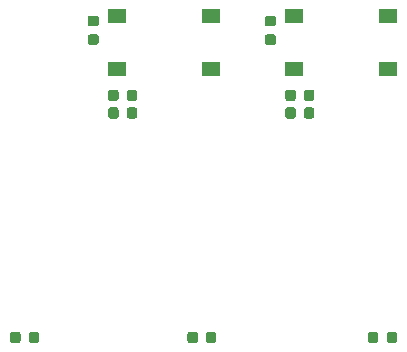
<source format=gbr>
G04 #@! TF.GenerationSoftware,KiCad,Pcbnew,5.1.5*
G04 #@! TF.CreationDate,2020-01-13T20:50:12-05:00*
G04 #@! TF.ProjectId,inputs_addon,696e7075-7473-45f6-9164-646f6e2e6b69,0*
G04 #@! TF.SameCoordinates,Original*
G04 #@! TF.FileFunction,Paste,Top*
G04 #@! TF.FilePolarity,Positive*
%FSLAX46Y46*%
G04 Gerber Fmt 4.6, Leading zero omitted, Abs format (unit mm)*
G04 Created by KiCad (PCBNEW 5.1.5) date 2020-01-13 20:50:12*
%MOMM*%
%LPD*%
G04 APERTURE LIST*
%ADD10R,1.550000X1.300000*%
%ADD11C,0.100000*%
G04 APERTURE END LIST*
D10*
X186975000Y-117250000D03*
X179025000Y-117250000D03*
X186975000Y-112750000D03*
X179025000Y-112750000D03*
X171975000Y-117250000D03*
X164025000Y-117250000D03*
X171975000Y-112750000D03*
X164025000Y-112750000D03*
D11*
G36*
X178952691Y-120526053D02*
G01*
X178973926Y-120529203D01*
X178994750Y-120534419D01*
X179014962Y-120541651D01*
X179034368Y-120550830D01*
X179052781Y-120561866D01*
X179070024Y-120574654D01*
X179085930Y-120589070D01*
X179100346Y-120604976D01*
X179113134Y-120622219D01*
X179124170Y-120640632D01*
X179133349Y-120660038D01*
X179140581Y-120680250D01*
X179145797Y-120701074D01*
X179148947Y-120722309D01*
X179150000Y-120743750D01*
X179150000Y-121256250D01*
X179148947Y-121277691D01*
X179145797Y-121298926D01*
X179140581Y-121319750D01*
X179133349Y-121339962D01*
X179124170Y-121359368D01*
X179113134Y-121377781D01*
X179100346Y-121395024D01*
X179085930Y-121410930D01*
X179070024Y-121425346D01*
X179052781Y-121438134D01*
X179034368Y-121449170D01*
X179014962Y-121458349D01*
X178994750Y-121465581D01*
X178973926Y-121470797D01*
X178952691Y-121473947D01*
X178931250Y-121475000D01*
X178493750Y-121475000D01*
X178472309Y-121473947D01*
X178451074Y-121470797D01*
X178430250Y-121465581D01*
X178410038Y-121458349D01*
X178390632Y-121449170D01*
X178372219Y-121438134D01*
X178354976Y-121425346D01*
X178339070Y-121410930D01*
X178324654Y-121395024D01*
X178311866Y-121377781D01*
X178300830Y-121359368D01*
X178291651Y-121339962D01*
X178284419Y-121319750D01*
X178279203Y-121298926D01*
X178276053Y-121277691D01*
X178275000Y-121256250D01*
X178275000Y-120743750D01*
X178276053Y-120722309D01*
X178279203Y-120701074D01*
X178284419Y-120680250D01*
X178291651Y-120660038D01*
X178300830Y-120640632D01*
X178311866Y-120622219D01*
X178324654Y-120604976D01*
X178339070Y-120589070D01*
X178354976Y-120574654D01*
X178372219Y-120561866D01*
X178390632Y-120550830D01*
X178410038Y-120541651D01*
X178430250Y-120534419D01*
X178451074Y-120529203D01*
X178472309Y-120526053D01*
X178493750Y-120525000D01*
X178931250Y-120525000D01*
X178952691Y-120526053D01*
G37*
G36*
X180527691Y-120526053D02*
G01*
X180548926Y-120529203D01*
X180569750Y-120534419D01*
X180589962Y-120541651D01*
X180609368Y-120550830D01*
X180627781Y-120561866D01*
X180645024Y-120574654D01*
X180660930Y-120589070D01*
X180675346Y-120604976D01*
X180688134Y-120622219D01*
X180699170Y-120640632D01*
X180708349Y-120660038D01*
X180715581Y-120680250D01*
X180720797Y-120701074D01*
X180723947Y-120722309D01*
X180725000Y-120743750D01*
X180725000Y-121256250D01*
X180723947Y-121277691D01*
X180720797Y-121298926D01*
X180715581Y-121319750D01*
X180708349Y-121339962D01*
X180699170Y-121359368D01*
X180688134Y-121377781D01*
X180675346Y-121395024D01*
X180660930Y-121410930D01*
X180645024Y-121425346D01*
X180627781Y-121438134D01*
X180609368Y-121449170D01*
X180589962Y-121458349D01*
X180569750Y-121465581D01*
X180548926Y-121470797D01*
X180527691Y-121473947D01*
X180506250Y-121475000D01*
X180068750Y-121475000D01*
X180047309Y-121473947D01*
X180026074Y-121470797D01*
X180005250Y-121465581D01*
X179985038Y-121458349D01*
X179965632Y-121449170D01*
X179947219Y-121438134D01*
X179929976Y-121425346D01*
X179914070Y-121410930D01*
X179899654Y-121395024D01*
X179886866Y-121377781D01*
X179875830Y-121359368D01*
X179866651Y-121339962D01*
X179859419Y-121319750D01*
X179854203Y-121298926D01*
X179851053Y-121277691D01*
X179850000Y-121256250D01*
X179850000Y-120743750D01*
X179851053Y-120722309D01*
X179854203Y-120701074D01*
X179859419Y-120680250D01*
X179866651Y-120660038D01*
X179875830Y-120640632D01*
X179886866Y-120622219D01*
X179899654Y-120604976D01*
X179914070Y-120589070D01*
X179929976Y-120574654D01*
X179947219Y-120561866D01*
X179965632Y-120550830D01*
X179985038Y-120541651D01*
X180005250Y-120534419D01*
X180026074Y-120529203D01*
X180047309Y-120526053D01*
X180068750Y-120525000D01*
X180506250Y-120525000D01*
X180527691Y-120526053D01*
G37*
G36*
X180527691Y-119026053D02*
G01*
X180548926Y-119029203D01*
X180569750Y-119034419D01*
X180589962Y-119041651D01*
X180609368Y-119050830D01*
X180627781Y-119061866D01*
X180645024Y-119074654D01*
X180660930Y-119089070D01*
X180675346Y-119104976D01*
X180688134Y-119122219D01*
X180699170Y-119140632D01*
X180708349Y-119160038D01*
X180715581Y-119180250D01*
X180720797Y-119201074D01*
X180723947Y-119222309D01*
X180725000Y-119243750D01*
X180725000Y-119756250D01*
X180723947Y-119777691D01*
X180720797Y-119798926D01*
X180715581Y-119819750D01*
X180708349Y-119839962D01*
X180699170Y-119859368D01*
X180688134Y-119877781D01*
X180675346Y-119895024D01*
X180660930Y-119910930D01*
X180645024Y-119925346D01*
X180627781Y-119938134D01*
X180609368Y-119949170D01*
X180589962Y-119958349D01*
X180569750Y-119965581D01*
X180548926Y-119970797D01*
X180527691Y-119973947D01*
X180506250Y-119975000D01*
X180068750Y-119975000D01*
X180047309Y-119973947D01*
X180026074Y-119970797D01*
X180005250Y-119965581D01*
X179985038Y-119958349D01*
X179965632Y-119949170D01*
X179947219Y-119938134D01*
X179929976Y-119925346D01*
X179914070Y-119910930D01*
X179899654Y-119895024D01*
X179886866Y-119877781D01*
X179875830Y-119859368D01*
X179866651Y-119839962D01*
X179859419Y-119819750D01*
X179854203Y-119798926D01*
X179851053Y-119777691D01*
X179850000Y-119756250D01*
X179850000Y-119243750D01*
X179851053Y-119222309D01*
X179854203Y-119201074D01*
X179859419Y-119180250D01*
X179866651Y-119160038D01*
X179875830Y-119140632D01*
X179886866Y-119122219D01*
X179899654Y-119104976D01*
X179914070Y-119089070D01*
X179929976Y-119074654D01*
X179947219Y-119061866D01*
X179965632Y-119050830D01*
X179985038Y-119041651D01*
X180005250Y-119034419D01*
X180026074Y-119029203D01*
X180047309Y-119026053D01*
X180068750Y-119025000D01*
X180506250Y-119025000D01*
X180527691Y-119026053D01*
G37*
G36*
X178952691Y-119026053D02*
G01*
X178973926Y-119029203D01*
X178994750Y-119034419D01*
X179014962Y-119041651D01*
X179034368Y-119050830D01*
X179052781Y-119061866D01*
X179070024Y-119074654D01*
X179085930Y-119089070D01*
X179100346Y-119104976D01*
X179113134Y-119122219D01*
X179124170Y-119140632D01*
X179133349Y-119160038D01*
X179140581Y-119180250D01*
X179145797Y-119201074D01*
X179148947Y-119222309D01*
X179150000Y-119243750D01*
X179150000Y-119756250D01*
X179148947Y-119777691D01*
X179145797Y-119798926D01*
X179140581Y-119819750D01*
X179133349Y-119839962D01*
X179124170Y-119859368D01*
X179113134Y-119877781D01*
X179100346Y-119895024D01*
X179085930Y-119910930D01*
X179070024Y-119925346D01*
X179052781Y-119938134D01*
X179034368Y-119949170D01*
X179014962Y-119958349D01*
X178994750Y-119965581D01*
X178973926Y-119970797D01*
X178952691Y-119973947D01*
X178931250Y-119975000D01*
X178493750Y-119975000D01*
X178472309Y-119973947D01*
X178451074Y-119970797D01*
X178430250Y-119965581D01*
X178410038Y-119958349D01*
X178390632Y-119949170D01*
X178372219Y-119938134D01*
X178354976Y-119925346D01*
X178339070Y-119910930D01*
X178324654Y-119895024D01*
X178311866Y-119877781D01*
X178300830Y-119859368D01*
X178291651Y-119839962D01*
X178284419Y-119819750D01*
X178279203Y-119798926D01*
X178276053Y-119777691D01*
X178275000Y-119756250D01*
X178275000Y-119243750D01*
X178276053Y-119222309D01*
X178279203Y-119201074D01*
X178284419Y-119180250D01*
X178291651Y-119160038D01*
X178300830Y-119140632D01*
X178311866Y-119122219D01*
X178324654Y-119104976D01*
X178339070Y-119089070D01*
X178354976Y-119074654D01*
X178372219Y-119061866D01*
X178390632Y-119050830D01*
X178410038Y-119041651D01*
X178430250Y-119034419D01*
X178451074Y-119029203D01*
X178472309Y-119026053D01*
X178493750Y-119025000D01*
X178931250Y-119025000D01*
X178952691Y-119026053D01*
G37*
G36*
X165527691Y-120526053D02*
G01*
X165548926Y-120529203D01*
X165569750Y-120534419D01*
X165589962Y-120541651D01*
X165609368Y-120550830D01*
X165627781Y-120561866D01*
X165645024Y-120574654D01*
X165660930Y-120589070D01*
X165675346Y-120604976D01*
X165688134Y-120622219D01*
X165699170Y-120640632D01*
X165708349Y-120660038D01*
X165715581Y-120680250D01*
X165720797Y-120701074D01*
X165723947Y-120722309D01*
X165725000Y-120743750D01*
X165725000Y-121256250D01*
X165723947Y-121277691D01*
X165720797Y-121298926D01*
X165715581Y-121319750D01*
X165708349Y-121339962D01*
X165699170Y-121359368D01*
X165688134Y-121377781D01*
X165675346Y-121395024D01*
X165660930Y-121410930D01*
X165645024Y-121425346D01*
X165627781Y-121438134D01*
X165609368Y-121449170D01*
X165589962Y-121458349D01*
X165569750Y-121465581D01*
X165548926Y-121470797D01*
X165527691Y-121473947D01*
X165506250Y-121475000D01*
X165068750Y-121475000D01*
X165047309Y-121473947D01*
X165026074Y-121470797D01*
X165005250Y-121465581D01*
X164985038Y-121458349D01*
X164965632Y-121449170D01*
X164947219Y-121438134D01*
X164929976Y-121425346D01*
X164914070Y-121410930D01*
X164899654Y-121395024D01*
X164886866Y-121377781D01*
X164875830Y-121359368D01*
X164866651Y-121339962D01*
X164859419Y-121319750D01*
X164854203Y-121298926D01*
X164851053Y-121277691D01*
X164850000Y-121256250D01*
X164850000Y-120743750D01*
X164851053Y-120722309D01*
X164854203Y-120701074D01*
X164859419Y-120680250D01*
X164866651Y-120660038D01*
X164875830Y-120640632D01*
X164886866Y-120622219D01*
X164899654Y-120604976D01*
X164914070Y-120589070D01*
X164929976Y-120574654D01*
X164947219Y-120561866D01*
X164965632Y-120550830D01*
X164985038Y-120541651D01*
X165005250Y-120534419D01*
X165026074Y-120529203D01*
X165047309Y-120526053D01*
X165068750Y-120525000D01*
X165506250Y-120525000D01*
X165527691Y-120526053D01*
G37*
G36*
X163952691Y-120526053D02*
G01*
X163973926Y-120529203D01*
X163994750Y-120534419D01*
X164014962Y-120541651D01*
X164034368Y-120550830D01*
X164052781Y-120561866D01*
X164070024Y-120574654D01*
X164085930Y-120589070D01*
X164100346Y-120604976D01*
X164113134Y-120622219D01*
X164124170Y-120640632D01*
X164133349Y-120660038D01*
X164140581Y-120680250D01*
X164145797Y-120701074D01*
X164148947Y-120722309D01*
X164150000Y-120743750D01*
X164150000Y-121256250D01*
X164148947Y-121277691D01*
X164145797Y-121298926D01*
X164140581Y-121319750D01*
X164133349Y-121339962D01*
X164124170Y-121359368D01*
X164113134Y-121377781D01*
X164100346Y-121395024D01*
X164085930Y-121410930D01*
X164070024Y-121425346D01*
X164052781Y-121438134D01*
X164034368Y-121449170D01*
X164014962Y-121458349D01*
X163994750Y-121465581D01*
X163973926Y-121470797D01*
X163952691Y-121473947D01*
X163931250Y-121475000D01*
X163493750Y-121475000D01*
X163472309Y-121473947D01*
X163451074Y-121470797D01*
X163430250Y-121465581D01*
X163410038Y-121458349D01*
X163390632Y-121449170D01*
X163372219Y-121438134D01*
X163354976Y-121425346D01*
X163339070Y-121410930D01*
X163324654Y-121395024D01*
X163311866Y-121377781D01*
X163300830Y-121359368D01*
X163291651Y-121339962D01*
X163284419Y-121319750D01*
X163279203Y-121298926D01*
X163276053Y-121277691D01*
X163275000Y-121256250D01*
X163275000Y-120743750D01*
X163276053Y-120722309D01*
X163279203Y-120701074D01*
X163284419Y-120680250D01*
X163291651Y-120660038D01*
X163300830Y-120640632D01*
X163311866Y-120622219D01*
X163324654Y-120604976D01*
X163339070Y-120589070D01*
X163354976Y-120574654D01*
X163372219Y-120561866D01*
X163390632Y-120550830D01*
X163410038Y-120541651D01*
X163430250Y-120534419D01*
X163451074Y-120529203D01*
X163472309Y-120526053D01*
X163493750Y-120525000D01*
X163931250Y-120525000D01*
X163952691Y-120526053D01*
G37*
G36*
X163952691Y-119026053D02*
G01*
X163973926Y-119029203D01*
X163994750Y-119034419D01*
X164014962Y-119041651D01*
X164034368Y-119050830D01*
X164052781Y-119061866D01*
X164070024Y-119074654D01*
X164085930Y-119089070D01*
X164100346Y-119104976D01*
X164113134Y-119122219D01*
X164124170Y-119140632D01*
X164133349Y-119160038D01*
X164140581Y-119180250D01*
X164145797Y-119201074D01*
X164148947Y-119222309D01*
X164150000Y-119243750D01*
X164150000Y-119756250D01*
X164148947Y-119777691D01*
X164145797Y-119798926D01*
X164140581Y-119819750D01*
X164133349Y-119839962D01*
X164124170Y-119859368D01*
X164113134Y-119877781D01*
X164100346Y-119895024D01*
X164085930Y-119910930D01*
X164070024Y-119925346D01*
X164052781Y-119938134D01*
X164034368Y-119949170D01*
X164014962Y-119958349D01*
X163994750Y-119965581D01*
X163973926Y-119970797D01*
X163952691Y-119973947D01*
X163931250Y-119975000D01*
X163493750Y-119975000D01*
X163472309Y-119973947D01*
X163451074Y-119970797D01*
X163430250Y-119965581D01*
X163410038Y-119958349D01*
X163390632Y-119949170D01*
X163372219Y-119938134D01*
X163354976Y-119925346D01*
X163339070Y-119910930D01*
X163324654Y-119895024D01*
X163311866Y-119877781D01*
X163300830Y-119859368D01*
X163291651Y-119839962D01*
X163284419Y-119819750D01*
X163279203Y-119798926D01*
X163276053Y-119777691D01*
X163275000Y-119756250D01*
X163275000Y-119243750D01*
X163276053Y-119222309D01*
X163279203Y-119201074D01*
X163284419Y-119180250D01*
X163291651Y-119160038D01*
X163300830Y-119140632D01*
X163311866Y-119122219D01*
X163324654Y-119104976D01*
X163339070Y-119089070D01*
X163354976Y-119074654D01*
X163372219Y-119061866D01*
X163390632Y-119050830D01*
X163410038Y-119041651D01*
X163430250Y-119034419D01*
X163451074Y-119029203D01*
X163472309Y-119026053D01*
X163493750Y-119025000D01*
X163931250Y-119025000D01*
X163952691Y-119026053D01*
G37*
G36*
X165527691Y-119026053D02*
G01*
X165548926Y-119029203D01*
X165569750Y-119034419D01*
X165589962Y-119041651D01*
X165609368Y-119050830D01*
X165627781Y-119061866D01*
X165645024Y-119074654D01*
X165660930Y-119089070D01*
X165675346Y-119104976D01*
X165688134Y-119122219D01*
X165699170Y-119140632D01*
X165708349Y-119160038D01*
X165715581Y-119180250D01*
X165720797Y-119201074D01*
X165723947Y-119222309D01*
X165725000Y-119243750D01*
X165725000Y-119756250D01*
X165723947Y-119777691D01*
X165720797Y-119798926D01*
X165715581Y-119819750D01*
X165708349Y-119839962D01*
X165699170Y-119859368D01*
X165688134Y-119877781D01*
X165675346Y-119895024D01*
X165660930Y-119910930D01*
X165645024Y-119925346D01*
X165627781Y-119938134D01*
X165609368Y-119949170D01*
X165589962Y-119958349D01*
X165569750Y-119965581D01*
X165548926Y-119970797D01*
X165527691Y-119973947D01*
X165506250Y-119975000D01*
X165068750Y-119975000D01*
X165047309Y-119973947D01*
X165026074Y-119970797D01*
X165005250Y-119965581D01*
X164985038Y-119958349D01*
X164965632Y-119949170D01*
X164947219Y-119938134D01*
X164929976Y-119925346D01*
X164914070Y-119910930D01*
X164899654Y-119895024D01*
X164886866Y-119877781D01*
X164875830Y-119859368D01*
X164866651Y-119839962D01*
X164859419Y-119819750D01*
X164854203Y-119798926D01*
X164851053Y-119777691D01*
X164850000Y-119756250D01*
X164850000Y-119243750D01*
X164851053Y-119222309D01*
X164854203Y-119201074D01*
X164859419Y-119180250D01*
X164866651Y-119160038D01*
X164875830Y-119140632D01*
X164886866Y-119122219D01*
X164899654Y-119104976D01*
X164914070Y-119089070D01*
X164929976Y-119074654D01*
X164947219Y-119061866D01*
X164965632Y-119050830D01*
X164985038Y-119041651D01*
X165005250Y-119034419D01*
X165026074Y-119029203D01*
X165047309Y-119026053D01*
X165068750Y-119025000D01*
X165506250Y-119025000D01*
X165527691Y-119026053D01*
G37*
G36*
X185952691Y-139526053D02*
G01*
X185973926Y-139529203D01*
X185994750Y-139534419D01*
X186014962Y-139541651D01*
X186034368Y-139550830D01*
X186052781Y-139561866D01*
X186070024Y-139574654D01*
X186085930Y-139589070D01*
X186100346Y-139604976D01*
X186113134Y-139622219D01*
X186124170Y-139640632D01*
X186133349Y-139660038D01*
X186140581Y-139680250D01*
X186145797Y-139701074D01*
X186148947Y-139722309D01*
X186150000Y-139743750D01*
X186150000Y-140256250D01*
X186148947Y-140277691D01*
X186145797Y-140298926D01*
X186140581Y-140319750D01*
X186133349Y-140339962D01*
X186124170Y-140359368D01*
X186113134Y-140377781D01*
X186100346Y-140395024D01*
X186085930Y-140410930D01*
X186070024Y-140425346D01*
X186052781Y-140438134D01*
X186034368Y-140449170D01*
X186014962Y-140458349D01*
X185994750Y-140465581D01*
X185973926Y-140470797D01*
X185952691Y-140473947D01*
X185931250Y-140475000D01*
X185493750Y-140475000D01*
X185472309Y-140473947D01*
X185451074Y-140470797D01*
X185430250Y-140465581D01*
X185410038Y-140458349D01*
X185390632Y-140449170D01*
X185372219Y-140438134D01*
X185354976Y-140425346D01*
X185339070Y-140410930D01*
X185324654Y-140395024D01*
X185311866Y-140377781D01*
X185300830Y-140359368D01*
X185291651Y-140339962D01*
X185284419Y-140319750D01*
X185279203Y-140298926D01*
X185276053Y-140277691D01*
X185275000Y-140256250D01*
X185275000Y-139743750D01*
X185276053Y-139722309D01*
X185279203Y-139701074D01*
X185284419Y-139680250D01*
X185291651Y-139660038D01*
X185300830Y-139640632D01*
X185311866Y-139622219D01*
X185324654Y-139604976D01*
X185339070Y-139589070D01*
X185354976Y-139574654D01*
X185372219Y-139561866D01*
X185390632Y-139550830D01*
X185410038Y-139541651D01*
X185430250Y-139534419D01*
X185451074Y-139529203D01*
X185472309Y-139526053D01*
X185493750Y-139525000D01*
X185931250Y-139525000D01*
X185952691Y-139526053D01*
G37*
G36*
X187527691Y-139526053D02*
G01*
X187548926Y-139529203D01*
X187569750Y-139534419D01*
X187589962Y-139541651D01*
X187609368Y-139550830D01*
X187627781Y-139561866D01*
X187645024Y-139574654D01*
X187660930Y-139589070D01*
X187675346Y-139604976D01*
X187688134Y-139622219D01*
X187699170Y-139640632D01*
X187708349Y-139660038D01*
X187715581Y-139680250D01*
X187720797Y-139701074D01*
X187723947Y-139722309D01*
X187725000Y-139743750D01*
X187725000Y-140256250D01*
X187723947Y-140277691D01*
X187720797Y-140298926D01*
X187715581Y-140319750D01*
X187708349Y-140339962D01*
X187699170Y-140359368D01*
X187688134Y-140377781D01*
X187675346Y-140395024D01*
X187660930Y-140410930D01*
X187645024Y-140425346D01*
X187627781Y-140438134D01*
X187609368Y-140449170D01*
X187589962Y-140458349D01*
X187569750Y-140465581D01*
X187548926Y-140470797D01*
X187527691Y-140473947D01*
X187506250Y-140475000D01*
X187068750Y-140475000D01*
X187047309Y-140473947D01*
X187026074Y-140470797D01*
X187005250Y-140465581D01*
X186985038Y-140458349D01*
X186965632Y-140449170D01*
X186947219Y-140438134D01*
X186929976Y-140425346D01*
X186914070Y-140410930D01*
X186899654Y-140395024D01*
X186886866Y-140377781D01*
X186875830Y-140359368D01*
X186866651Y-140339962D01*
X186859419Y-140319750D01*
X186854203Y-140298926D01*
X186851053Y-140277691D01*
X186850000Y-140256250D01*
X186850000Y-139743750D01*
X186851053Y-139722309D01*
X186854203Y-139701074D01*
X186859419Y-139680250D01*
X186866651Y-139660038D01*
X186875830Y-139640632D01*
X186886866Y-139622219D01*
X186899654Y-139604976D01*
X186914070Y-139589070D01*
X186929976Y-139574654D01*
X186947219Y-139561866D01*
X186965632Y-139550830D01*
X186985038Y-139541651D01*
X187005250Y-139534419D01*
X187026074Y-139529203D01*
X187047309Y-139526053D01*
X187068750Y-139525000D01*
X187506250Y-139525000D01*
X187527691Y-139526053D01*
G37*
G36*
X170665191Y-139526053D02*
G01*
X170686426Y-139529203D01*
X170707250Y-139534419D01*
X170727462Y-139541651D01*
X170746868Y-139550830D01*
X170765281Y-139561866D01*
X170782524Y-139574654D01*
X170798430Y-139589070D01*
X170812846Y-139604976D01*
X170825634Y-139622219D01*
X170836670Y-139640632D01*
X170845849Y-139660038D01*
X170853081Y-139680250D01*
X170858297Y-139701074D01*
X170861447Y-139722309D01*
X170862500Y-139743750D01*
X170862500Y-140256250D01*
X170861447Y-140277691D01*
X170858297Y-140298926D01*
X170853081Y-140319750D01*
X170845849Y-140339962D01*
X170836670Y-140359368D01*
X170825634Y-140377781D01*
X170812846Y-140395024D01*
X170798430Y-140410930D01*
X170782524Y-140425346D01*
X170765281Y-140438134D01*
X170746868Y-140449170D01*
X170727462Y-140458349D01*
X170707250Y-140465581D01*
X170686426Y-140470797D01*
X170665191Y-140473947D01*
X170643750Y-140475000D01*
X170206250Y-140475000D01*
X170184809Y-140473947D01*
X170163574Y-140470797D01*
X170142750Y-140465581D01*
X170122538Y-140458349D01*
X170103132Y-140449170D01*
X170084719Y-140438134D01*
X170067476Y-140425346D01*
X170051570Y-140410930D01*
X170037154Y-140395024D01*
X170024366Y-140377781D01*
X170013330Y-140359368D01*
X170004151Y-140339962D01*
X169996919Y-140319750D01*
X169991703Y-140298926D01*
X169988553Y-140277691D01*
X169987500Y-140256250D01*
X169987500Y-139743750D01*
X169988553Y-139722309D01*
X169991703Y-139701074D01*
X169996919Y-139680250D01*
X170004151Y-139660038D01*
X170013330Y-139640632D01*
X170024366Y-139622219D01*
X170037154Y-139604976D01*
X170051570Y-139589070D01*
X170067476Y-139574654D01*
X170084719Y-139561866D01*
X170103132Y-139550830D01*
X170122538Y-139541651D01*
X170142750Y-139534419D01*
X170163574Y-139529203D01*
X170184809Y-139526053D01*
X170206250Y-139525000D01*
X170643750Y-139525000D01*
X170665191Y-139526053D01*
G37*
G36*
X172240191Y-139526053D02*
G01*
X172261426Y-139529203D01*
X172282250Y-139534419D01*
X172302462Y-139541651D01*
X172321868Y-139550830D01*
X172340281Y-139561866D01*
X172357524Y-139574654D01*
X172373430Y-139589070D01*
X172387846Y-139604976D01*
X172400634Y-139622219D01*
X172411670Y-139640632D01*
X172420849Y-139660038D01*
X172428081Y-139680250D01*
X172433297Y-139701074D01*
X172436447Y-139722309D01*
X172437500Y-139743750D01*
X172437500Y-140256250D01*
X172436447Y-140277691D01*
X172433297Y-140298926D01*
X172428081Y-140319750D01*
X172420849Y-140339962D01*
X172411670Y-140359368D01*
X172400634Y-140377781D01*
X172387846Y-140395024D01*
X172373430Y-140410930D01*
X172357524Y-140425346D01*
X172340281Y-140438134D01*
X172321868Y-140449170D01*
X172302462Y-140458349D01*
X172282250Y-140465581D01*
X172261426Y-140470797D01*
X172240191Y-140473947D01*
X172218750Y-140475000D01*
X171781250Y-140475000D01*
X171759809Y-140473947D01*
X171738574Y-140470797D01*
X171717750Y-140465581D01*
X171697538Y-140458349D01*
X171678132Y-140449170D01*
X171659719Y-140438134D01*
X171642476Y-140425346D01*
X171626570Y-140410930D01*
X171612154Y-140395024D01*
X171599366Y-140377781D01*
X171588330Y-140359368D01*
X171579151Y-140339962D01*
X171571919Y-140319750D01*
X171566703Y-140298926D01*
X171563553Y-140277691D01*
X171562500Y-140256250D01*
X171562500Y-139743750D01*
X171563553Y-139722309D01*
X171566703Y-139701074D01*
X171571919Y-139680250D01*
X171579151Y-139660038D01*
X171588330Y-139640632D01*
X171599366Y-139622219D01*
X171612154Y-139604976D01*
X171626570Y-139589070D01*
X171642476Y-139574654D01*
X171659719Y-139561866D01*
X171678132Y-139550830D01*
X171697538Y-139541651D01*
X171717750Y-139534419D01*
X171738574Y-139529203D01*
X171759809Y-139526053D01*
X171781250Y-139525000D01*
X172218750Y-139525000D01*
X172240191Y-139526053D01*
G37*
G36*
X155665191Y-139526053D02*
G01*
X155686426Y-139529203D01*
X155707250Y-139534419D01*
X155727462Y-139541651D01*
X155746868Y-139550830D01*
X155765281Y-139561866D01*
X155782524Y-139574654D01*
X155798430Y-139589070D01*
X155812846Y-139604976D01*
X155825634Y-139622219D01*
X155836670Y-139640632D01*
X155845849Y-139660038D01*
X155853081Y-139680250D01*
X155858297Y-139701074D01*
X155861447Y-139722309D01*
X155862500Y-139743750D01*
X155862500Y-140256250D01*
X155861447Y-140277691D01*
X155858297Y-140298926D01*
X155853081Y-140319750D01*
X155845849Y-140339962D01*
X155836670Y-140359368D01*
X155825634Y-140377781D01*
X155812846Y-140395024D01*
X155798430Y-140410930D01*
X155782524Y-140425346D01*
X155765281Y-140438134D01*
X155746868Y-140449170D01*
X155727462Y-140458349D01*
X155707250Y-140465581D01*
X155686426Y-140470797D01*
X155665191Y-140473947D01*
X155643750Y-140475000D01*
X155206250Y-140475000D01*
X155184809Y-140473947D01*
X155163574Y-140470797D01*
X155142750Y-140465581D01*
X155122538Y-140458349D01*
X155103132Y-140449170D01*
X155084719Y-140438134D01*
X155067476Y-140425346D01*
X155051570Y-140410930D01*
X155037154Y-140395024D01*
X155024366Y-140377781D01*
X155013330Y-140359368D01*
X155004151Y-140339962D01*
X154996919Y-140319750D01*
X154991703Y-140298926D01*
X154988553Y-140277691D01*
X154987500Y-140256250D01*
X154987500Y-139743750D01*
X154988553Y-139722309D01*
X154991703Y-139701074D01*
X154996919Y-139680250D01*
X155004151Y-139660038D01*
X155013330Y-139640632D01*
X155024366Y-139622219D01*
X155037154Y-139604976D01*
X155051570Y-139589070D01*
X155067476Y-139574654D01*
X155084719Y-139561866D01*
X155103132Y-139550830D01*
X155122538Y-139541651D01*
X155142750Y-139534419D01*
X155163574Y-139529203D01*
X155184809Y-139526053D01*
X155206250Y-139525000D01*
X155643750Y-139525000D01*
X155665191Y-139526053D01*
G37*
G36*
X157240191Y-139526053D02*
G01*
X157261426Y-139529203D01*
X157282250Y-139534419D01*
X157302462Y-139541651D01*
X157321868Y-139550830D01*
X157340281Y-139561866D01*
X157357524Y-139574654D01*
X157373430Y-139589070D01*
X157387846Y-139604976D01*
X157400634Y-139622219D01*
X157411670Y-139640632D01*
X157420849Y-139660038D01*
X157428081Y-139680250D01*
X157433297Y-139701074D01*
X157436447Y-139722309D01*
X157437500Y-139743750D01*
X157437500Y-140256250D01*
X157436447Y-140277691D01*
X157433297Y-140298926D01*
X157428081Y-140319750D01*
X157420849Y-140339962D01*
X157411670Y-140359368D01*
X157400634Y-140377781D01*
X157387846Y-140395024D01*
X157373430Y-140410930D01*
X157357524Y-140425346D01*
X157340281Y-140438134D01*
X157321868Y-140449170D01*
X157302462Y-140458349D01*
X157282250Y-140465581D01*
X157261426Y-140470797D01*
X157240191Y-140473947D01*
X157218750Y-140475000D01*
X156781250Y-140475000D01*
X156759809Y-140473947D01*
X156738574Y-140470797D01*
X156717750Y-140465581D01*
X156697538Y-140458349D01*
X156678132Y-140449170D01*
X156659719Y-140438134D01*
X156642476Y-140425346D01*
X156626570Y-140410930D01*
X156612154Y-140395024D01*
X156599366Y-140377781D01*
X156588330Y-140359368D01*
X156579151Y-140339962D01*
X156571919Y-140319750D01*
X156566703Y-140298926D01*
X156563553Y-140277691D01*
X156562500Y-140256250D01*
X156562500Y-139743750D01*
X156563553Y-139722309D01*
X156566703Y-139701074D01*
X156571919Y-139680250D01*
X156579151Y-139660038D01*
X156588330Y-139640632D01*
X156599366Y-139622219D01*
X156612154Y-139604976D01*
X156626570Y-139589070D01*
X156642476Y-139574654D01*
X156659719Y-139561866D01*
X156678132Y-139550830D01*
X156697538Y-139541651D01*
X156717750Y-139534419D01*
X156738574Y-139529203D01*
X156759809Y-139526053D01*
X156781250Y-139525000D01*
X157218750Y-139525000D01*
X157240191Y-139526053D01*
G37*
G36*
X177277691Y-112776053D02*
G01*
X177298926Y-112779203D01*
X177319750Y-112784419D01*
X177339962Y-112791651D01*
X177359368Y-112800830D01*
X177377781Y-112811866D01*
X177395024Y-112824654D01*
X177410930Y-112839070D01*
X177425346Y-112854976D01*
X177438134Y-112872219D01*
X177449170Y-112890632D01*
X177458349Y-112910038D01*
X177465581Y-112930250D01*
X177470797Y-112951074D01*
X177473947Y-112972309D01*
X177475000Y-112993750D01*
X177475000Y-113431250D01*
X177473947Y-113452691D01*
X177470797Y-113473926D01*
X177465581Y-113494750D01*
X177458349Y-113514962D01*
X177449170Y-113534368D01*
X177438134Y-113552781D01*
X177425346Y-113570024D01*
X177410930Y-113585930D01*
X177395024Y-113600346D01*
X177377781Y-113613134D01*
X177359368Y-113624170D01*
X177339962Y-113633349D01*
X177319750Y-113640581D01*
X177298926Y-113645797D01*
X177277691Y-113648947D01*
X177256250Y-113650000D01*
X176743750Y-113650000D01*
X176722309Y-113648947D01*
X176701074Y-113645797D01*
X176680250Y-113640581D01*
X176660038Y-113633349D01*
X176640632Y-113624170D01*
X176622219Y-113613134D01*
X176604976Y-113600346D01*
X176589070Y-113585930D01*
X176574654Y-113570024D01*
X176561866Y-113552781D01*
X176550830Y-113534368D01*
X176541651Y-113514962D01*
X176534419Y-113494750D01*
X176529203Y-113473926D01*
X176526053Y-113452691D01*
X176525000Y-113431250D01*
X176525000Y-112993750D01*
X176526053Y-112972309D01*
X176529203Y-112951074D01*
X176534419Y-112930250D01*
X176541651Y-112910038D01*
X176550830Y-112890632D01*
X176561866Y-112872219D01*
X176574654Y-112854976D01*
X176589070Y-112839070D01*
X176604976Y-112824654D01*
X176622219Y-112811866D01*
X176640632Y-112800830D01*
X176660038Y-112791651D01*
X176680250Y-112784419D01*
X176701074Y-112779203D01*
X176722309Y-112776053D01*
X176743750Y-112775000D01*
X177256250Y-112775000D01*
X177277691Y-112776053D01*
G37*
G36*
X177277691Y-114351053D02*
G01*
X177298926Y-114354203D01*
X177319750Y-114359419D01*
X177339962Y-114366651D01*
X177359368Y-114375830D01*
X177377781Y-114386866D01*
X177395024Y-114399654D01*
X177410930Y-114414070D01*
X177425346Y-114429976D01*
X177438134Y-114447219D01*
X177449170Y-114465632D01*
X177458349Y-114485038D01*
X177465581Y-114505250D01*
X177470797Y-114526074D01*
X177473947Y-114547309D01*
X177475000Y-114568750D01*
X177475000Y-115006250D01*
X177473947Y-115027691D01*
X177470797Y-115048926D01*
X177465581Y-115069750D01*
X177458349Y-115089962D01*
X177449170Y-115109368D01*
X177438134Y-115127781D01*
X177425346Y-115145024D01*
X177410930Y-115160930D01*
X177395024Y-115175346D01*
X177377781Y-115188134D01*
X177359368Y-115199170D01*
X177339962Y-115208349D01*
X177319750Y-115215581D01*
X177298926Y-115220797D01*
X177277691Y-115223947D01*
X177256250Y-115225000D01*
X176743750Y-115225000D01*
X176722309Y-115223947D01*
X176701074Y-115220797D01*
X176680250Y-115215581D01*
X176660038Y-115208349D01*
X176640632Y-115199170D01*
X176622219Y-115188134D01*
X176604976Y-115175346D01*
X176589070Y-115160930D01*
X176574654Y-115145024D01*
X176561866Y-115127781D01*
X176550830Y-115109368D01*
X176541651Y-115089962D01*
X176534419Y-115069750D01*
X176529203Y-115048926D01*
X176526053Y-115027691D01*
X176525000Y-115006250D01*
X176525000Y-114568750D01*
X176526053Y-114547309D01*
X176529203Y-114526074D01*
X176534419Y-114505250D01*
X176541651Y-114485038D01*
X176550830Y-114465632D01*
X176561866Y-114447219D01*
X176574654Y-114429976D01*
X176589070Y-114414070D01*
X176604976Y-114399654D01*
X176622219Y-114386866D01*
X176640632Y-114375830D01*
X176660038Y-114366651D01*
X176680250Y-114359419D01*
X176701074Y-114354203D01*
X176722309Y-114351053D01*
X176743750Y-114350000D01*
X177256250Y-114350000D01*
X177277691Y-114351053D01*
G37*
G36*
X162277691Y-112776053D02*
G01*
X162298926Y-112779203D01*
X162319750Y-112784419D01*
X162339962Y-112791651D01*
X162359368Y-112800830D01*
X162377781Y-112811866D01*
X162395024Y-112824654D01*
X162410930Y-112839070D01*
X162425346Y-112854976D01*
X162438134Y-112872219D01*
X162449170Y-112890632D01*
X162458349Y-112910038D01*
X162465581Y-112930250D01*
X162470797Y-112951074D01*
X162473947Y-112972309D01*
X162475000Y-112993750D01*
X162475000Y-113431250D01*
X162473947Y-113452691D01*
X162470797Y-113473926D01*
X162465581Y-113494750D01*
X162458349Y-113514962D01*
X162449170Y-113534368D01*
X162438134Y-113552781D01*
X162425346Y-113570024D01*
X162410930Y-113585930D01*
X162395024Y-113600346D01*
X162377781Y-113613134D01*
X162359368Y-113624170D01*
X162339962Y-113633349D01*
X162319750Y-113640581D01*
X162298926Y-113645797D01*
X162277691Y-113648947D01*
X162256250Y-113650000D01*
X161743750Y-113650000D01*
X161722309Y-113648947D01*
X161701074Y-113645797D01*
X161680250Y-113640581D01*
X161660038Y-113633349D01*
X161640632Y-113624170D01*
X161622219Y-113613134D01*
X161604976Y-113600346D01*
X161589070Y-113585930D01*
X161574654Y-113570024D01*
X161561866Y-113552781D01*
X161550830Y-113534368D01*
X161541651Y-113514962D01*
X161534419Y-113494750D01*
X161529203Y-113473926D01*
X161526053Y-113452691D01*
X161525000Y-113431250D01*
X161525000Y-112993750D01*
X161526053Y-112972309D01*
X161529203Y-112951074D01*
X161534419Y-112930250D01*
X161541651Y-112910038D01*
X161550830Y-112890632D01*
X161561866Y-112872219D01*
X161574654Y-112854976D01*
X161589070Y-112839070D01*
X161604976Y-112824654D01*
X161622219Y-112811866D01*
X161640632Y-112800830D01*
X161660038Y-112791651D01*
X161680250Y-112784419D01*
X161701074Y-112779203D01*
X161722309Y-112776053D01*
X161743750Y-112775000D01*
X162256250Y-112775000D01*
X162277691Y-112776053D01*
G37*
G36*
X162277691Y-114351053D02*
G01*
X162298926Y-114354203D01*
X162319750Y-114359419D01*
X162339962Y-114366651D01*
X162359368Y-114375830D01*
X162377781Y-114386866D01*
X162395024Y-114399654D01*
X162410930Y-114414070D01*
X162425346Y-114429976D01*
X162438134Y-114447219D01*
X162449170Y-114465632D01*
X162458349Y-114485038D01*
X162465581Y-114505250D01*
X162470797Y-114526074D01*
X162473947Y-114547309D01*
X162475000Y-114568750D01*
X162475000Y-115006250D01*
X162473947Y-115027691D01*
X162470797Y-115048926D01*
X162465581Y-115069750D01*
X162458349Y-115089962D01*
X162449170Y-115109368D01*
X162438134Y-115127781D01*
X162425346Y-115145024D01*
X162410930Y-115160930D01*
X162395024Y-115175346D01*
X162377781Y-115188134D01*
X162359368Y-115199170D01*
X162339962Y-115208349D01*
X162319750Y-115215581D01*
X162298926Y-115220797D01*
X162277691Y-115223947D01*
X162256250Y-115225000D01*
X161743750Y-115225000D01*
X161722309Y-115223947D01*
X161701074Y-115220797D01*
X161680250Y-115215581D01*
X161660038Y-115208349D01*
X161640632Y-115199170D01*
X161622219Y-115188134D01*
X161604976Y-115175346D01*
X161589070Y-115160930D01*
X161574654Y-115145024D01*
X161561866Y-115127781D01*
X161550830Y-115109368D01*
X161541651Y-115089962D01*
X161534419Y-115069750D01*
X161529203Y-115048926D01*
X161526053Y-115027691D01*
X161525000Y-115006250D01*
X161525000Y-114568750D01*
X161526053Y-114547309D01*
X161529203Y-114526074D01*
X161534419Y-114505250D01*
X161541651Y-114485038D01*
X161550830Y-114465632D01*
X161561866Y-114447219D01*
X161574654Y-114429976D01*
X161589070Y-114414070D01*
X161604976Y-114399654D01*
X161622219Y-114386866D01*
X161640632Y-114375830D01*
X161660038Y-114366651D01*
X161680250Y-114359419D01*
X161701074Y-114354203D01*
X161722309Y-114351053D01*
X161743750Y-114350000D01*
X162256250Y-114350000D01*
X162277691Y-114351053D01*
G37*
M02*

</source>
